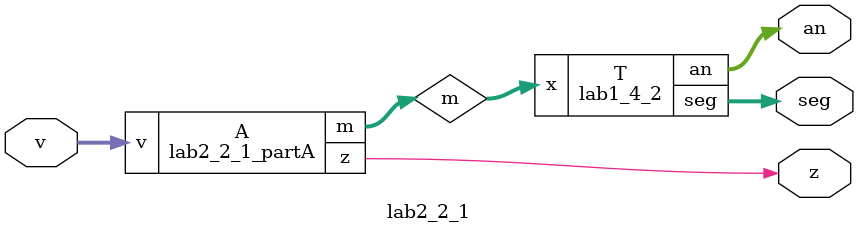
<source format=v>
`timescale 1ns / 1ps

module mux2_1(
    input x,
    input y,
    input s,
    output m
    );
    
    wire  a, b;
    and (a, ~s, x);
    and (b, s, y);
    or  (m, a, b);
endmodule

module lab2_2_1_partA(
    input [3:0] v,
    output z,
    output [3:0] m
    );
    //conparator_dataflow
    assign z = v[3] & (v[2] | v[1]);
    //lab2_circuitA_dataflow
    wire w2, w1, w0;
    assign w2 = v[2] & v[1];
    assign w1 = v[2] & (!v[1]);
    assign w0 = v[0];
    mux2_1 M1(v[3], 0, z, m[3]);
    mux2_1 M2(v[2], w2, z, m[2]);
    mux2_1 M3(v[1], w1, z, m[1]);
    mux2_1 M4(v[0], w0, z, m[0]);
endmodule

module lab1_4_2(
    input [3:0] x,
    output reg [7:0] an,
    output reg [6:0] seg
    );
    initial an = 8'b01111111;
    always @ (x)
        case (x)
            4'b0000: seg = 7'b1000000; 
            4'b0001: seg = 7'b1111001;
            4'b0010: seg = 7'b0100100; 
            4'b0011: seg = 7'b0110000;
            4'b0100: seg = 7'b0011001; 
            4'b0101: seg = 7'b0010010;
            4'b0110: seg = 7'b0000010; 
            4'b0111: seg = 7'b1111000;
            4'b1000: seg = 7'b0000000; 
            4'b1001: seg = 7'b0010000;
            4'b1010: seg = 7'b0001000; 
            4'b1011: seg = 7'b0000011;
            4'b1100: seg = 7'b1000110; 
            4'b1101: seg = 7'b0100001;
            4'b1110: seg = 7'b0000110; 
            4'b1111: seg = 7'b0001110;  
            endcase
endmodule


module lab2_2_1(
    input [3:0] v,
    output z,
    output [7:0] an,
    output [6:0] seg
    );
    wire [3:0]m;
    lab2_2_1_partA A(v, z, m);
    lab1_4_2 T(m,an,seg);
endmodule

</source>
